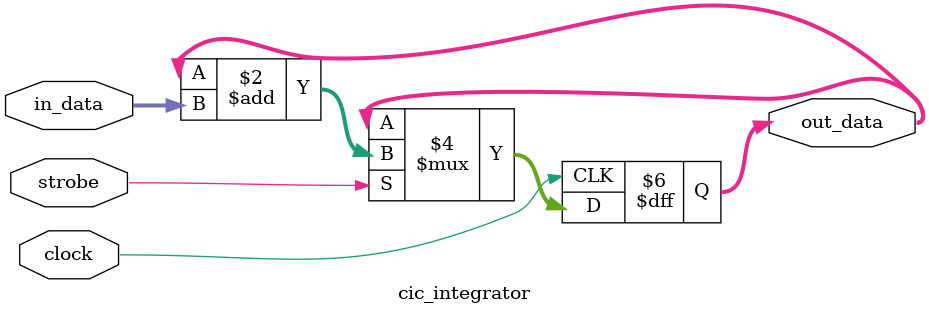
<source format=v>

/*
--------------------------------------------------------------------------------
This library is free software; you can redistribute it and/or
modify it under the terms of the GNU Library General Public
License as published by the Free Software Foundation; either
version 2 of the License, or (at your option) any later version.
This library is distributed in the hope that it will be useful,
but WITHOUT ANY WARRANTY; without even the implied warranty of
MERCHANTABILITY or FITNESS FOR A PARTICULAR PURPOSE.  See the GNU
Library General Public License for more details.
You should have received a copy of the GNU Library General Public
License along with this library; if not, write to the
Free Software Foundation, Inc., 51 Franklin St, Fifth Floor,
Boston, MA  02110-1301, USA.
--------------------------------------------------------------------------------
*/


//------------------------------------------------------------------------------
//           Copyright (c) 2008 Alex Shovkoplyas, VE3NEA
//------------------------------------------------------------------------------



module cic_integrator( clock, strobe, in_data,  out_data );

parameter WIDTH = 64;

input clock;
input strobe;
input signed [WIDTH-1:0] in_data;
output reg signed [WIDTH-1:0] out_data = 0;

always @(posedge clock)
  if (strobe) out_data <= out_data + in_data;

endmodule

</source>
